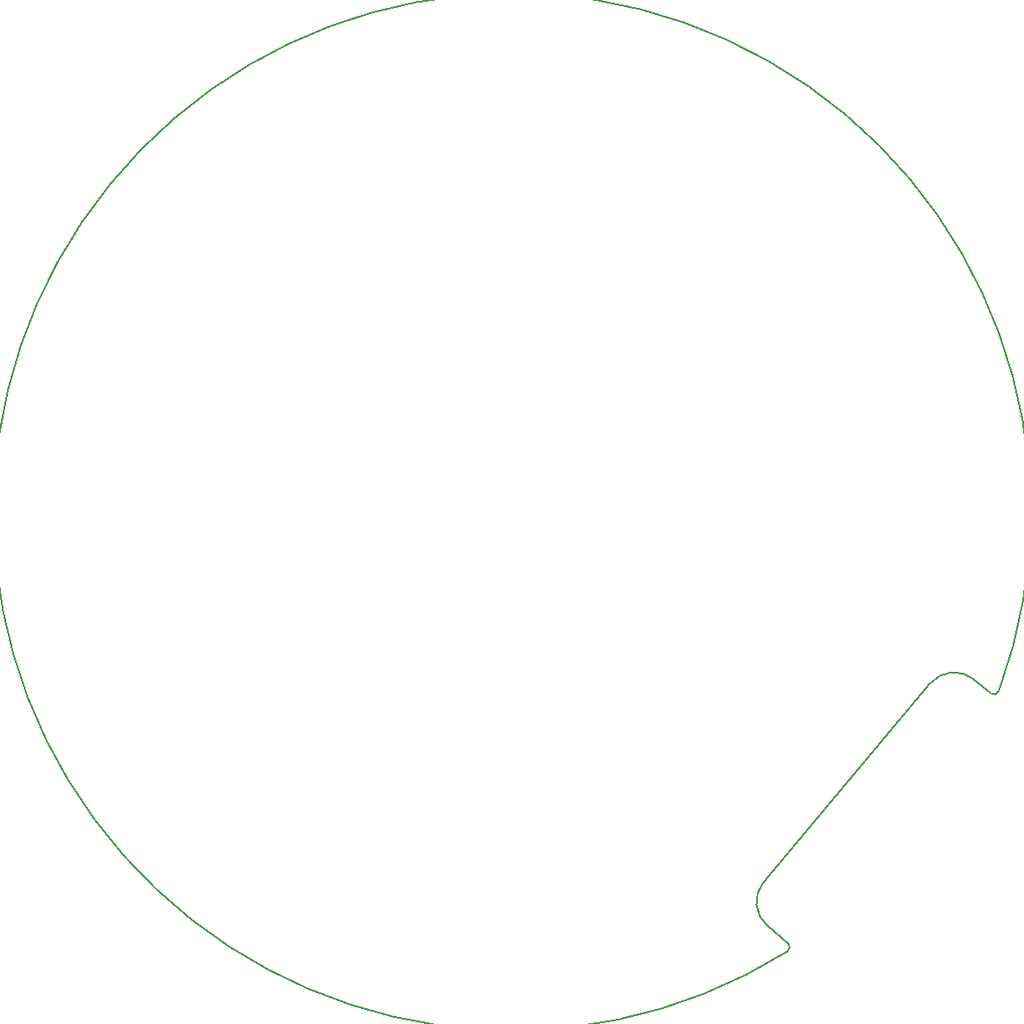
<source format=gm1>
G04 #@! TF.GenerationSoftware,KiCad,Pcbnew,6.0.7-1.fc36*
G04 #@! TF.CreationDate,2022-08-11T18:34:55+02:00*
G04 #@! TF.ProjectId,LAITS-HW,4c414954-532d-4485-972e-6b696361645f,1.0.2*
G04 #@! TF.SameCoordinates,Original*
G04 #@! TF.FileFunction,Profile,NP*
%FSLAX46Y46*%
G04 Gerber Fmt 4.6, Leading zero omitted, Abs format (unit mm)*
G04 Created by KiCad (PCBNEW 6.0.7-1.fc36) date 2022-08-11 18:34:55*
%MOMM*%
%LPD*%
G01*
G04 APERTURE LIST*
G04 #@! TA.AperFunction,Profile*
%ADD10C,0.200000*%
G04 #@! TD*
G04 APERTURE END LIST*
D10*
X108616755Y-153880864D02*
X110596396Y-155541980D01*
X130127614Y-131462880D02*
G75*
G03*
X130918153Y-131252697I321386J382980D01*
G01*
X128543165Y-130133494D02*
G75*
G03*
X124316675Y-130503257I-1928365J-2298106D01*
G01*
X130918153Y-131252697D02*
G75*
G03*
X110540426Y-156348736I-46920073J17277347D01*
G01*
X124316675Y-130503257D02*
X108246985Y-149654368D01*
X128543171Y-130133487D02*
X130127559Y-131462946D01*
X110540424Y-156348733D02*
G75*
G03*
X110596396Y-155541980I-265424J423733D01*
G01*
X108246950Y-149654339D02*
G75*
G03*
X108616755Y-153880864I2298150J-1928361D01*
G01*
M02*

</source>
